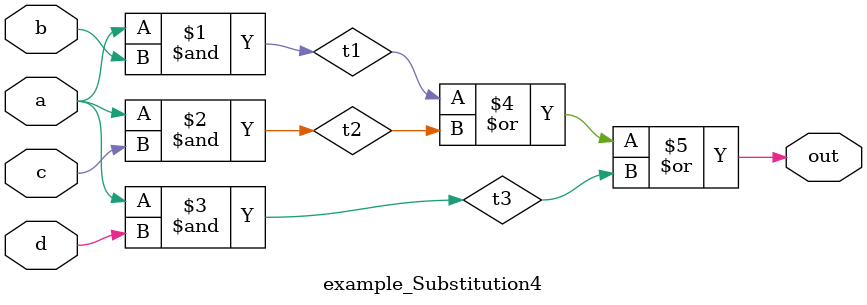
<source format=v>
module example_Substitution4(a, b, c, d, out);
  input  a, b, c, d;
  output out;

  // Deze drie AND-paden hebben allemaal dezelfde 'a'
  wire t1, t2, t3;

  assign t1 = a & b;
  assign t2 = a & c;
  assign t3 = a & d;

  // OR van drie termen
  // (a & b) | (a & c) | (a & d)
  assign out = t1 | t2 | t3;
endmodule

</source>
